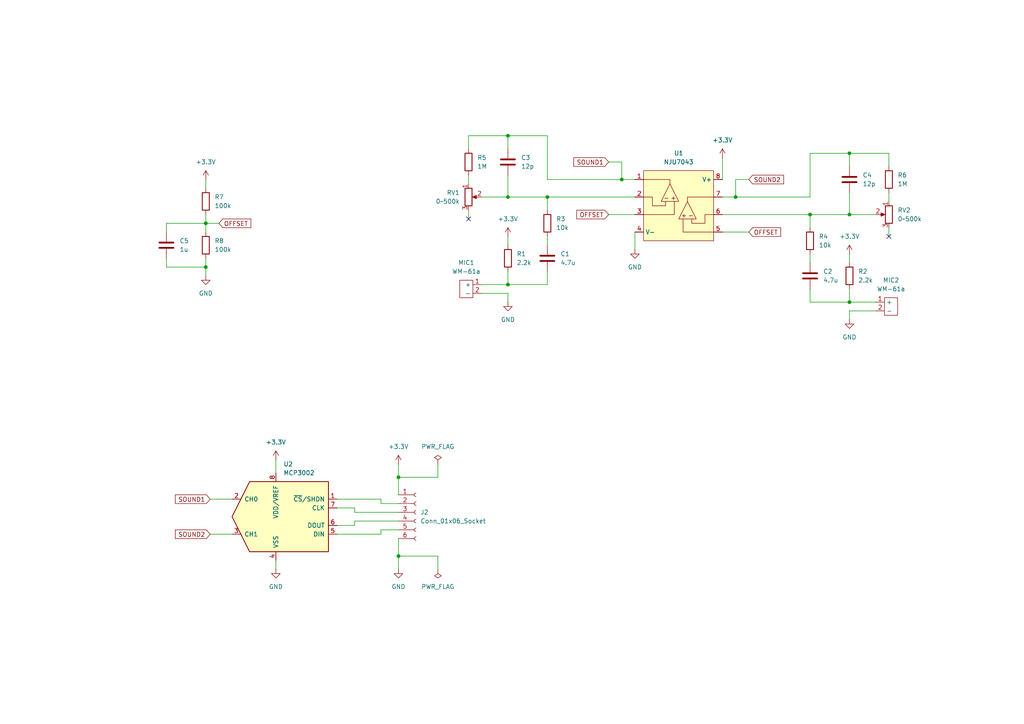
<source format=kicad_sch>
(kicad_sch (version 20231120) (generator "eeschema") (generator_version "8.0")
  (paper "A4")
  (lib_symbols
    (symbol "Analog_ADC:MCP3002" (pin_names (offset 1.016))
      (property "Reference" "U" (at -6.35 11.43 0))
      (property "Value" "MCP3002" (at 11.43 11.43 0))
      (symbol "MCP3002_0_1"
        (polyline (pts (xy 15.24 10.16) (xy -7.62 10.16) (xy -12.7 0) (xy -7.62 -10.16) (xy 15.24 -10.16) (xy 15.24 10.16)) (stroke (width 0.254)) (fill (type background)))
      )
      (symbol "MCP3002_1_1"
        (pin input line (at 17.78 5.08 180) (length 2.54) (name "~{CS}/SHDN") (number "1"))
        (pin passive line (at -12.7 5.08 0) (length 2.54) (name "CH0") (number "2"))
        (pin passive line (at -12.7 -5.08 0) (length 2.54) (name "CH1") (number "3"))
        (pin power_in line (at 0 -12.7 90) (length 2.54) (name "VSS") (number "4"))
        (pin input line (at 17.78 -5.08 180) (length 2.54) (name "DIN") (number "5"))
        (pin output line (at 17.78 -2.54 180) (length 2.54) (name "DOUT") (number "6"))
        (pin input line (at 17.78 2.54 180) (length 2.54) (name "CLK") (number "7"))
        (pin power_in line (at 0 12.7 270) (length 2.54) (name "VDD/VREF") (number "8"))
      )
    )
    (symbol "Connector:Conn_01x06_Socket" (pin_names (offset 1.016) hide)
      (property "Reference" "J" (at 0 7.62 0))
      (property "Value" "Conn_01x06_Socket" (at 0 -10.16 0))
      (symbol "Conn_01x06_Socket_1_1"
        (arc (start 0 -7.112) (mid -0.5058 -7.62) (end 0 -8.128) (stroke (width 0.1524)))
        (arc (start 0 -4.572) (mid -0.5058 -5.08) (end 0 -5.588) (stroke (width 0.1524)))
        (arc (start 0 -2.032) (mid -0.5058 -2.54) (end 0 -3.048) (stroke (width 0.1524)))
        (polyline (pts (xy -1.27 -7.62) (xy -0.508 -7.62)) (stroke (width 0.1524)))
        (polyline (pts (xy -1.27 -5.08) (xy -0.508 -5.08)) (stroke (width 0.1524)))
        (polyline (pts (xy -1.27 -2.54) (xy -0.508 -2.54)) (stroke (width 0.1524)))
        (polyline (pts (xy -1.27 0) (xy -0.508 0)) (stroke (width 0.1524)))
        (polyline (pts (xy -1.27 2.54) (xy -0.508 2.54)) (stroke (width 0.1524)))
        (polyline (pts (xy -1.27 5.08) (xy -0.508 5.08)) (stroke (width 0.1524)))
        (arc (start 0 0.508) (mid -0.5058 0) (end 0 -0.508) (stroke (width 0.1524)))
        (arc (start 0 3.048) (mid -0.5058 2.54) (end 0 2.032) (stroke (width 0.1524)))
        (arc (start 0 5.588) (mid -0.5058 5.08) (end 0 4.572) (stroke (width 0.1524)))
        (pin passive line (at -5.08 5.08 0) (length 3.81) (name "Pin_1") (number "1"))
        (pin passive line (at -5.08 2.54 0) (length 3.81) (name "Pin_2") (number "2"))
        (pin passive line (at -5.08 0 0) (length 3.81) (name "Pin_3") (number "3"))
        (pin passive line (at -5.08 -2.54 0) (length 3.81) (name "Pin_4") (number "4"))
        (pin passive line (at -5.08 -5.08 0) (length 3.81) (name "Pin_5") (number "5"))
        (pin passive line (at -5.08 -7.62 0) (length 3.81) (name "Pin_6") (number "6"))
      )
    )
    (symbol "Device:C" (pin_numbers hide) (pin_names (offset 0.254))
      (property "Reference" "C" (at 0.635 2.54 0))
      (property "Value" "C" (at 0.635 -2.54 0))
      (symbol "C_0_1"
        (polyline (pts (xy -2.032 -0.762) (xy 2.032 -0.762)) (stroke (width 0.508)))
        (polyline (pts (xy -2.032 0.762) (xy 2.032 0.762)) (stroke (width 0.508)))
      )
      (symbol "C_1_1"
        (pin passive line (at 0 3.81 270) (length 2.794) (name "~") (number "1"))
        (pin passive line (at 0 -3.81 90) (length 2.794) (name "~") (number "2"))
      )
    )
    (symbol "Device:R" (pin_numbers hide) (pin_names (offset 0))
      (property "Reference" "R" (at 2.032 0 90))
      (property "Value" "R" (at 0 0 90))
      (symbol "R_0_1"
        (rectangle (start -1.016 -2.54) (end 1.016 2.54) (stroke (width 0.254)))
      )
      (symbol "R_1_1"
        (pin passive line (at 0 3.81 270) (length 1.27) (name "~") (number "1"))
        (pin passive line (at 0 -3.81 90) (length 1.27) (name "~") (number "2"))
      )
    )
    (symbol "Device:R_Potentiometer" (pin_names (offset 1.016) hide)
      (property "Reference" "RV" (at -4.445 0 90))
      (property "Value" "R_Potentiometer" (at -2.54 0 90))
      (symbol "R_Potentiometer_0_1"
        (polyline (pts (xy 2.54 0) (xy 1.524 0)))
        (polyline (pts (xy 1.143 0) (xy 2.286 0.508) (xy 2.286 -0.508) (xy 1.143 0)) (fill (type outline)))
        (rectangle (start 1.016 2.54) (end -1.016 -2.54) (stroke (width 0.254)))
      )
      (symbol "R_Potentiometer_1_1"
        (pin passive line (at 0 3.81 270) (length 1.27) (name "1") (number "1"))
        (pin passive line (at 3.81 0 180) (length 1.27) (name "2") (number "2"))
        (pin passive line (at 0 -3.81 90) (length 1.27) (name "3") (number "3"))
      )
    )
    (symbol "Mic:NJU7043"
      (property "Reference" "U" (at 0 -11.684 0))
      (property "Value" "NJU7043" (at 0 -14.224 0))
      (symbol "NJU7043_0_1"
        (polyline (pts (xy -2.54 6.35) (xy -5.08 1.27) (xy 0 1.27) (xy -2.54 6.35)))
      )
      (symbol "NJU7043_1_1"
        (rectangle (start -10.16 10.16) (end 10.16 -10.16) (fill (type background)))
        (polyline (pts (xy -10.16 -2.54) (xy -1.27 -2.54) (xy -1.27 1.27)))
        (polyline (pts (xy -10.16 7.62) (xy -2.54 7.62) (xy -2.54 6.35)))
        (polyline (pts (xy 1.27 -3.81) (xy 1.27 -7.62) (xy 10.16 -7.62)))
        (polyline (pts (xy 2.54 1.27) (xy 2.54 2.54) (xy 10.16 2.54)))
        (polyline (pts (xy 2.54 1.27) (xy 0 -3.81) (xy 5.08 -3.81) (xy 2.54 1.27)))
        (polyline (pts (xy -3.81 1.27) (xy -3.81 0) (xy -7.62 0) (xy -7.62 2.54) (xy -10.16 2.54)))
        (polyline (pts (xy 3.81 -3.81) (xy 3.81 -5.08) (xy 7.62 -5.08) (xy 7.62 -2.54) (xy 10.16 -2.54)))
        (text "+" (at -1.524 2.286 0) (effects (font (size 1.27 1.27))))
        (text "+" (at 1.524 -2.794 0) (effects (font (size 1.27 1.27))))
        (text "-" (at -3.556 2.286 0) (effects (font (size 1.27 1.27))))
        (text "-" (at 3.556 -2.794 0) (effects (font (size 1.27 1.27))))
        (pin output line (at -12.7 7.62 0) (length 2.54) (name "A_OUT") (number "1"))
        (pin input line (at -12.7 2.54 0) (length 2.54) (name "A_IN-") (number "2"))
        (pin input line (at -12.7 -2.54 0) (length 2.54) (name "A_IN+") (number "3"))
        (pin power_in line (at -12.7 -7.62 0) (length 2.54) (name "V-") (number "4"))
        (pin input line (at 12.7 -7.62 180) (length 2.54) (name "B_IN+") (number "5"))
        (pin input line (at 12.7 -2.54 180) (length 2.54) (name "B_IN-") (number "6"))
        (pin output line (at 12.7 2.54 180) (length 2.54) (name "B_OUT") (number "7"))
        (pin power_in line (at 12.7 7.62 180) (length 2.54) (name "V+") (number "8"))
      )
    )
    (symbol "Mic:WM-61a"
      (property "Reference" "MIC" (at 0 4.572 0))
      (property "Value" "WM-61a" (at 0.254 7.112 0))
      (symbol "WM-61a_0_1"
        (rectangle (start -2.54 2.54) (end 1.27 -2.54))
      )
      (symbol "WM-61a_1_1"
        (pin free line (at 3.81 1.27 180) (length 2.54) (name "+") (number "1"))
        (pin free line (at 3.81 -1.27 180) (length 2.54) (name "-") (number "2"))
      )
    )
    (symbol "WM-61a_1"
      (property "Reference" "MIC" (at 0 4.572 0))
      (property "Value" "WM-61a" (at 0.254 7.112 0))
      (symbol "WM-61a_1_0_1"
        (rectangle (start -2.54 2.54) (end 1.27 -2.54))
      )
      (symbol "WM-61a_1_1_1"
        (pin free line (at 3.81 1.27 180) (length 2.54) (name "+") (number "1"))
        (pin free line (at 3.81 -1.27 180) (length 2.54) (name "-") (number "2"))
      )
    )
    (symbol "power:+3.3V" (power) (pin_numbers hide) (pin_names (offset 0) hide)
      (property "Value" "+3.3V" (at 0 3.556 0))
      (symbol "+3.3V_0_1"
        (polyline (pts (xy -0.762 1.27) (xy 0 2.54)))
        (polyline (pts (xy 0 0) (xy 0 2.54)))
        (polyline (pts (xy 0 2.54) (xy 0.762 1.27)))
      )
      (symbol "+3.3V_1_1"
        (pin power_in line (at 0 0 90) (length 0) (name "~") (number "1"))
      )
    )
    (symbol "power:GND" (power) (pin_numbers hide) (pin_names (offset 0) hide)
      (property "Value" "GND" (at 0 -3.81 0))
      (symbol "GND_0_1"
        (polyline (pts (xy 0 0) (xy 0 -1.27) (xy 1.27 -1.27) (xy 0 -2.54) (xy -1.27 -1.27) (xy 0 -1.27)))
      )
      (symbol "GND_1_1"
        (pin power_in line (at 0 0 270) (length 0) (name "~") (number "1"))
      )
    )
    (symbol "power:PWR_FLAG" (power) (pin_numbers hide) (pin_names (offset 0) hide)
      (property "Value" "PWR_FLAG" (at 0 3.81 0))
      (symbol "PWR_FLAG_0_0"
        (pin power_out line (at 0 0 90) (length 0) (name "~") (number "1"))
      )
      (symbol "PWR_FLAG_0_1"
        (polyline (pts (xy 0 0) (xy 0 1.27) (xy -1.016 1.905) (xy 0 2.54) (xy 1.016 1.905) (xy 0 1.27)))
      )
    )
  )
  (junction (at 147.32 39.37))
  (junction (at 246.38 87.63))
  (junction (at 115.57 138.43))
  (junction (at 158.75 57.15))
  (junction (at 59.69 77.47))
  (junction (at 213.36 57.15))
  (junction (at 115.57 161.29))
  (junction (at 180.34 52.07))
  (junction (at 147.32 82.55))
  (junction (at 147.32 57.15))
  (junction (at 59.69 64.77))
  (junction (at 246.38 62.23))
  (junction (at 234.95 62.23))
  (junction (at 246.38 44.45))
  (no_connect (at 135.89 63.5))
  (no_connect (at 257.81 68.58))
  (wire (pts (xy 158.75 82.55) (xy 147.32 82.55)))
  (wire (pts (xy 158.75 39.37) (xy 158.75 52.07)))
  (wire (pts (xy 254 90.17) (xy 246.38 90.17)))
  (wire (pts (xy 115.57 161.29) (xy 115.57 165.1)))
  (wire (pts (xy 102.87 152.4) (xy 102.87 151.13)))
  (wire (pts (xy 246.38 73.66) (xy 246.38 76.2)))
  (wire (pts (xy 234.95 62.23) (xy 234.95 66.04)))
  (wire (pts (xy 60.96 144.78) (xy 67.31 144.78)))
  (wire (pts (xy 246.38 87.63) (xy 246.38 83.82)))
  (wire (pts (xy 135.89 50.8) (xy 135.89 53.34)))
  (wire (pts (xy 139.7 85.09) (xy 147.32 85.09)))
  (wire (pts (xy 80.01 133.35) (xy 80.01 137.16)))
  (wire (pts (xy 102.87 147.32) (xy 97.79 147.32)))
  (wire (pts (xy 213.36 57.15) (xy 234.95 57.15)))
  (wire (pts (xy 102.87 147.32) (xy 102.87 148.59)))
  (wire (pts (xy 209.55 62.23) (xy 234.95 62.23)))
  (wire (pts (xy 234.95 76.2) (xy 234.95 73.66)))
  (wire (pts (xy 59.69 74.93) (xy 59.69 77.47)))
  (wire (pts (xy 234.95 44.45) (xy 246.38 44.45)))
  (wire (pts (xy 110.49 144.78) (xy 97.79 144.78)))
  (wire (pts (xy 110.49 154.94) (xy 97.79 154.94)))
  (wire (pts (xy 59.69 64.77) (xy 48.26 64.77)))
  (wire (pts (xy 158.75 78.74) (xy 158.75 82.55)))
  (wire (pts (xy 158.75 57.15) (xy 184.15 57.15)))
  (wire (pts (xy 180.34 52.07) (xy 184.15 52.07)))
  (wire (pts (xy 147.32 50.8) (xy 147.32 57.15)))
  (wire (pts (xy 180.34 46.99) (xy 176.53 46.99)))
  (wire (pts (xy 147.32 68.58) (xy 147.32 71.12)))
  (wire (pts (xy 257.81 68.58) (xy 257.81 66.04)))
  (wire (pts (xy 209.55 45.72) (xy 209.55 52.07)))
  (wire (pts (xy 60.96 154.94) (xy 67.31 154.94)))
  (wire (pts (xy 139.7 82.55) (xy 147.32 82.55)))
  (wire (pts (xy 127 138.43) (xy 115.57 138.43)))
  (wire (pts (xy 147.32 39.37) (xy 135.89 39.37)))
  (wire (pts (xy 139.7 57.15) (xy 147.32 57.15)))
  (wire (pts (xy 158.75 39.37) (xy 147.32 39.37)))
  (wire (pts (xy 184.15 67.31) (xy 184.15 72.39)))
  (wire (pts (xy 48.26 64.77) (xy 48.26 67.31)))
  (wire (pts (xy 59.69 77.47) (xy 59.69 80.01)))
  (wire (pts (xy 59.69 52.07) (xy 59.69 54.61)))
  (wire (pts (xy 257.81 44.45) (xy 246.38 44.45)))
  (wire (pts (xy 209.55 67.31) (xy 217.17 67.31)))
  (wire (pts (xy 59.69 62.23) (xy 59.69 64.77)))
  (wire (pts (xy 147.32 85.09) (xy 147.32 87.63)))
  (wire (pts (xy 110.49 153.67) (xy 115.57 153.67)))
  (wire (pts (xy 158.75 57.15) (xy 147.32 57.15)))
  (wire (pts (xy 246.38 55.88) (xy 246.38 62.23)))
  (wire (pts (xy 176.53 62.23) (xy 184.15 62.23)))
  (wire (pts (xy 110.49 153.67) (xy 110.49 154.94)))
  (wire (pts (xy 115.57 156.21) (xy 115.57 161.29)))
  (wire (pts (xy 102.87 151.13) (xy 115.57 151.13)))
  (wire (pts (xy 147.32 82.55) (xy 147.32 78.74)))
  (wire (pts (xy 135.89 63.5) (xy 135.89 60.96)))
  (wire (pts (xy 246.38 90.17) (xy 246.38 92.71)))
  (wire (pts (xy 147.32 39.37) (xy 147.32 43.18)))
  (wire (pts (xy 110.49 146.05) (xy 115.57 146.05)))
  (wire (pts (xy 246.38 44.45) (xy 246.38 48.26)))
  (wire (pts (xy 158.75 57.15) (xy 158.75 60.96)))
  (wire (pts (xy 59.69 77.47) (xy 48.26 77.47)))
  (wire (pts (xy 246.38 62.23) (xy 254 62.23)))
  (wire (pts (xy 246.38 87.63) (xy 254 87.63)))
  (wire (pts (xy 158.75 68.58) (xy 158.75 71.12)))
  (wire (pts (xy 110.49 144.78) (xy 110.49 146.05)))
  (wire (pts (xy 115.57 138.43) (xy 115.57 143.51)))
  (wire (pts (xy 127 165.1) (xy 127 161.29)))
  (wire (pts (xy 135.89 43.18) (xy 135.89 39.37)))
  (wire (pts (xy 80.01 162.56) (xy 80.01 165.1)))
  (wire (pts (xy 48.26 77.47) (xy 48.26 74.93)))
  (wire (pts (xy 102.87 148.59) (xy 115.57 148.59)))
  (wire (pts (xy 127 161.29) (xy 115.57 161.29)))
  (wire (pts (xy 115.57 134.62) (xy 115.57 138.43)))
  (wire (pts (xy 213.36 52.07) (xy 217.17 52.07)))
  (wire (pts (xy 234.95 57.15) (xy 234.95 44.45)))
  (wire (pts (xy 59.69 64.77) (xy 59.69 67.31)))
  (wire (pts (xy 209.55 57.15) (xy 213.36 57.15)))
  (wire (pts (xy 234.95 87.63) (xy 246.38 87.63)))
  (wire (pts (xy 234.95 83.82) (xy 234.95 87.63)))
  (wire (pts (xy 180.34 52.07) (xy 180.34 46.99)))
  (wire (pts (xy 257.81 48.26) (xy 257.81 44.45)))
  (wire (pts (xy 257.81 55.88) (xy 257.81 58.42)))
  (wire (pts (xy 234.95 62.23) (xy 246.38 62.23)))
  (wire (pts (xy 213.36 57.15) (xy 213.36 52.07)))
  (wire (pts (xy 158.75 52.07) (xy 180.34 52.07)))
  (wire (pts (xy 102.87 152.4) (xy 97.79 152.4)))
  (wire (pts (xy 127 134.62) (xy 127 138.43)))
  (wire (pts (xy 63.5 64.77) (xy 59.69 64.77)))
  (global_label "OFFSET" (shape input) (at 176.53 62.23 180) (property "Intersheetrefs" "${INTERSHEET_REFS}" (effects (hide yes))))
  (global_label "OFFSET" (shape input) (at 217.17 67.31 0) (property "Intersheetrefs" "${INTERSHEET_REFS}" (effects (hide yes))))
  (global_label "SOUND2" (shape input) (at 60.96 154.94 180) (property "Intersheetrefs" "${INTERSHEET_REFS}" (effects (hide yes))))
  (global_label "SOUND1" (shape input) (at 176.53 46.99 180) (property "Intersheetrefs" "${INTERSHEET_REFS}" (effects (hide yes))))
  (global_label "SOUND1" (shape input) (at 60.96 144.78 180) (property "Intersheetrefs" "${INTERSHEET_REFS}" (effects (hide yes))))
  (global_label "SOUND2" (shape input) (at 217.17 52.07 0) (property "Intersheetrefs" "${INTERSHEET_REFS}" (effects (hide yes))))
  (global_label "OFFSET" (shape input) (at 63.5 64.77 0) (property "Intersheetrefs" "${INTERSHEET_REFS}" (effects (hide yes))))
  (symbol (lib_id "power:GND") (at 80.01 165.1 0) (unit 1)
    (property "Reference" "#PWR09" (effects (hide yes)))
    (property "Value" "GND" (at 80.01 170.18 0))
    (property "Description" "Power symbol creates a global label with name \"GND\" , ground" (effects (hide yes)))
  )
  (symbol (lib_id "Device:R") (at 158.75 64.77 180) (unit 1)
    (property "Reference" "R3" (at 161.29 63.4999 0) (effects (justify right)))
    (property "Value" "10k" (at 161.29 66.0399 0) (effects (justify right)))
    (property "Description" "Resistor" (effects (hide yes)))
  )
  (symbol (lib_name "WM-61a_1") (lib_id "Mic:WM-61a") (at 135.89 83.82 0) (unit 1)
    (property "Reference" "MIC1" (at 135.255 76.2 0))
    (property "Value" "WM-61a" (at 135.255 78.74 0))
  )
  (symbol (lib_id "Device:C") (at 147.32 46.99 0) (unit 1)
    (property "Reference" "C3" (at 151.13 45.7199 0) (effects (justify left)))
    (property "Value" "12p" (at 151.13 48.2599 0) (effects (justify left)))
    (property "Description" "Unpolarized capacitor" (effects (hide yes)))
  )
  (symbol (lib_id "power:+3.3V") (at 115.57 134.62 0) (unit 1)
    (property "Reference" "#PWR01" (effects (hide yes)))
    (property "Value" "+3.3V" (at 115.57 129.54 0))
    (property "Description" "Power symbol creates a global label with name \"+3.3V\"" (effects (hide yes)))
  )
  (symbol (lib_id "power:GND") (at 147.32 87.63 0) (unit 1)
    (property "Reference" "#PWR07" (effects (hide yes)))
    (property "Value" "GND" (at 147.32 92.71 0))
    (property "Description" "Power symbol creates a global label with name \"GND\" , ground" (effects (hide yes)))
  )
  (symbol (lib_id "Mic:WM-61a") (at 257.81 88.9 0) (mirror y) (unit 1)
    (property "Reference" "MIC2" (at 258.445 81.28 0))
    (property "Value" "WM-61a" (at 258.445 83.82 0))
  )
  (symbol (lib_id "Device:R_Potentiometer") (at 257.81 62.23 0) (mirror y) (unit 1)
    (property "Reference" "RV2" (at 260.35 60.9599 0) (effects (justify right)))
    (property "Value" "0~500k" (at 260.35 63.4999 0) (effects (justify right)))
    (property "Description" "Potentiometer" (effects (hide yes)))
  )
  (symbol (lib_id "power:+3.3V") (at 209.55 45.72 0) (unit 1)
    (property "Reference" "#PWR010" (effects (hide yes)))
    (property "Value" "+3.3V" (at 209.55 40.64 0))
    (property "Description" "Power symbol creates a global label with name \"+3.3V\"" (effects (hide yes)))
  )
  (symbol (lib_id "Device:R") (at 147.32 74.93 180) (unit 1)
    (property "Reference" "R1" (at 149.86 73.6599 0) (effects (justify right)))
    (property "Value" "2.2k" (at 149.86 76.1999 0) (effects (justify right)))
    (property "Description" "Resistor" (effects (hide yes)))
  )
  (symbol (lib_id "Device:R") (at 246.38 80.01 0) (unit 1)
    (property "Reference" "R2" (at 248.92 78.7399 0) (effects (justify left)))
    (property "Value" "2.2k" (at 248.92 81.2799 0) (effects (justify left)))
    (property "Description" "Resistor" (effects (hide yes)))
  )
  (symbol (lib_id "power:+3.3V") (at 246.38 73.66 0) (unit 1)
    (property "Reference" "#PWR011" (effects (hide yes)))
    (property "Value" "+3.3V" (at 246.38 68.58 0))
    (property "Description" "Power symbol creates a global label with name \"+3.3V\"" (effects (hide yes)))
  )
  (symbol (lib_id "power:+3.3V") (at 147.32 68.58 0) (unit 1)
    (property "Reference" "#PWR06" (effects (hide yes)))
    (property "Value" "+3.3V" (at 147.32 63.5 0))
    (property "Description" "Power symbol creates a global label with name \"+3.3V\"" (effects (hide yes)))
  )
  (symbol (lib_id "Device:R") (at 257.81 52.07 0) (unit 1)
    (property "Reference" "R6" (at 260.35 50.7999 0) (effects (justify left)))
    (property "Value" "1M" (at 260.35 53.3399 0) (effects (justify left)))
    (property "Description" "Resistor" (effects (hide yes)))
  )
  (symbol (lib_id "power:GND") (at 184.15 72.39 0) (unit 1)
    (property "Reference" "#PWR05" (effects (hide yes)))
    (property "Value" "GND" (at 184.15 77.47 0))
    (property "Description" "Power symbol creates a global label with name \"GND\" , ground" (effects (hide yes)))
  )
  (symbol (lib_id "power:GND") (at 59.69 80.01 0) (unit 1)
    (property "Reference" "#PWR03" (effects (hide yes)))
    (property "Value" "GND" (at 59.69 85.09 0))
    (property "Description" "Power symbol creates a global label with name \"GND\" , ground" (effects (hide yes)))
  )
  (symbol (lib_id "Device:R") (at 59.69 58.42 0) (unit 1)
    (property "Reference" "R7" (at 62.23 57.1499 0) (effects (justify left)))
    (property "Value" "100k" (at 62.23 59.6899 0) (effects (justify left)))
    (property "Description" "Resistor" (effects (hide yes)))
  )
  (symbol (lib_id "Device:C") (at 158.75 74.93 0) (unit 1)
    (property "Reference" "C1" (at 162.56 73.6599 0) (effects (justify left)))
    (property "Value" "4.7u" (at 162.56 76.1999 0) (effects (justify left)))
    (property "Description" "Unpolarized capacitor" (effects (hide yes)))
  )
  (symbol (lib_id "power:+3.3V") (at 59.69 52.07 0) (unit 1)
    (property "Reference" "#PWR04" (effects (hide yes)))
    (property "Value" "+3.3V" (at 59.69 46.99 0))
    (property "Description" "Power symbol creates a global label with name \"+3.3V\"" (effects (hide yes)))
  )
  (symbol (lib_id "Analog_ADC:MCP3002") (at 80.01 149.86 0) (unit 1)
    (property "Reference" "U2" (at 82.2041 134.62 0) (effects (justify left)))
    (property "Value" "MCP3002" (at 82.2041 137.16 0) (effects (justify left)))
    (property "Datasheet" "http://ww1.microchip.com/downloads/en/DeviceDoc/21294E.pdf" (effects (hide yes)))
    (property "Description" "Dual Channel 10-Bit A/D Converter with SPI Serial Interface" (effects (hide yes)))
  )
  (symbol (lib_id "Device:C") (at 246.38 52.07 0) (unit 1)
    (property "Reference" "C4" (at 250.19 50.7999 0) (effects (justify left)))
    (property "Value" "12p" (at 250.19 53.3399 0) (effects (justify left)))
    (property "Description" "Unpolarized capacitor" (effects (hide yes)))
  )
  (symbol (lib_id "Device:C") (at 234.95 80.01 0) (unit 1)
    (property "Reference" "C2" (at 238.76 78.7399 0) (effects (justify left)))
    (property "Value" "4.7u" (at 238.76 81.2799 0) (effects (justify left)))
    (property "Description" "Unpolarized capacitor" (effects (hide yes)))
  )
  (symbol (lib_id "Mic:NJU7043") (at 196.85 59.69 0) (unit 1)
    (property "Reference" "U1" (at 196.85 44.45 0))
    (property "Value" "NJU7043" (at 196.85 46.99 0))
  )
  (symbol (lib_id "Device:R") (at 135.89 46.99 180) (unit 1)
    (property "Reference" "R5" (at 138.43 45.7199 0) (effects (justify right)))
    (property "Value" "1M" (at 138.43 48.2599 0) (effects (justify right)))
    (property "Description" "Resistor" (effects (hide yes)))
  )
  (symbol (lib_id "Device:C") (at 48.26 71.12 0) (unit 1)
    (property "Reference" "C5" (at 52.07 69.8499 0) (effects (justify left)))
    (property "Value" "1u" (at 52.07 72.3899 0) (effects (justify left)))
    (property "Description" "Unpolarized capacitor" (effects (hide yes)))
  )
  (symbol (lib_id "Connector:Conn_01x06_Socket") (at 120.65 148.59 0) (unit 1)
    (property "Reference" "J2" (at 121.92 148.5899 0) (effects (justify left)))
    (property "Value" "Conn_01x06_Socket" (at 121.92 151.1299 0) (effects (justify left)))
    (property "Description" "Generic connector, single row, 01x06, script generated" (effects (hide yes)))
  )
  (symbol (lib_id "power:GND") (at 246.38 92.71 0) (unit 1)
    (property "Reference" "#PWR012" (effects (hide yes)))
    (property "Value" "GND" (at 246.38 97.79 0))
    (property "Description" "Power symbol creates a global label with name \"GND\" , ground" (effects (hide yes)))
  )
  (symbol (lib_id "power:GND") (at 115.57 165.1 0) (unit 1)
    (property "Reference" "#PWR02" (effects (hide yes)))
    (property "Value" "GND" (at 115.57 170.18 0))
    (property "Description" "Power symbol creates a global label with name \"GND\" , ground" (effects (hide yes)))
  )
  (symbol (lib_id "Device:R_Potentiometer") (at 135.89 57.15 0) (unit 1)
    (property "Reference" "RV1" (at 133.35 55.8799 0) (effects (justify right)))
    (property "Value" "0~500k" (at 133.35 58.4199 0) (effects (justify right)))
    (property "Description" "Potentiometer" (effects (hide yes)))
  )
  (symbol (lib_id "power:+3.3V") (at 80.01 133.35 0) (unit 1)
    (property "Reference" "#PWR08" (effects (hide yes)))
    (property "Value" "+3.3V" (at 80.01 128.27 0))
    (property "Description" "Power symbol creates a global label with name \"+3.3V\"" (effects (hide yes)))
  )
  (symbol (lib_id "Device:R") (at 59.69 71.12 0) (unit 1)
    (property "Reference" "R8" (at 62.23 69.8499 0) (effects (justify left)))
    (property "Value" "100k" (at 62.23 72.3899 0) (effects (justify left)))
    (property "Description" "Resistor" (effects (hide yes)))
  )
  (symbol (lib_id "Device:R") (at 234.95 69.85 0) (unit 1)
    (property "Reference" "R4" (at 237.49 68.5799 0) (effects (justify left)))
    (property "Value" "10k" (at 237.49 71.1199 0) (effects (justify left)))
    (property "Description" "Resistor" (effects (hide yes)))
  )
  (symbol (lib_id "power:PWR_FLAG") (at 127 165.1 180) (unit 1)
    (property "Reference" "#FLG02" (effects (hide yes)))
    (property "Value" "PWR_FLAG" (at 127 170.18 0))
    (property "Description" "Special symbol for telling ERC where power comes from" (effects (hide yes)))
  )
  (symbol (lib_id "power:PWR_FLAG") (at 127 134.62 0) (unit 1)
    (property "Reference" "#FLG01" (effects (hide yes)))
    (property "Value" "PWR_FLAG" (at 127 129.54 0))
    (property "Description" "Special symbol for telling ERC where power comes from" (effects (hide yes)))
  )
)
</source>
